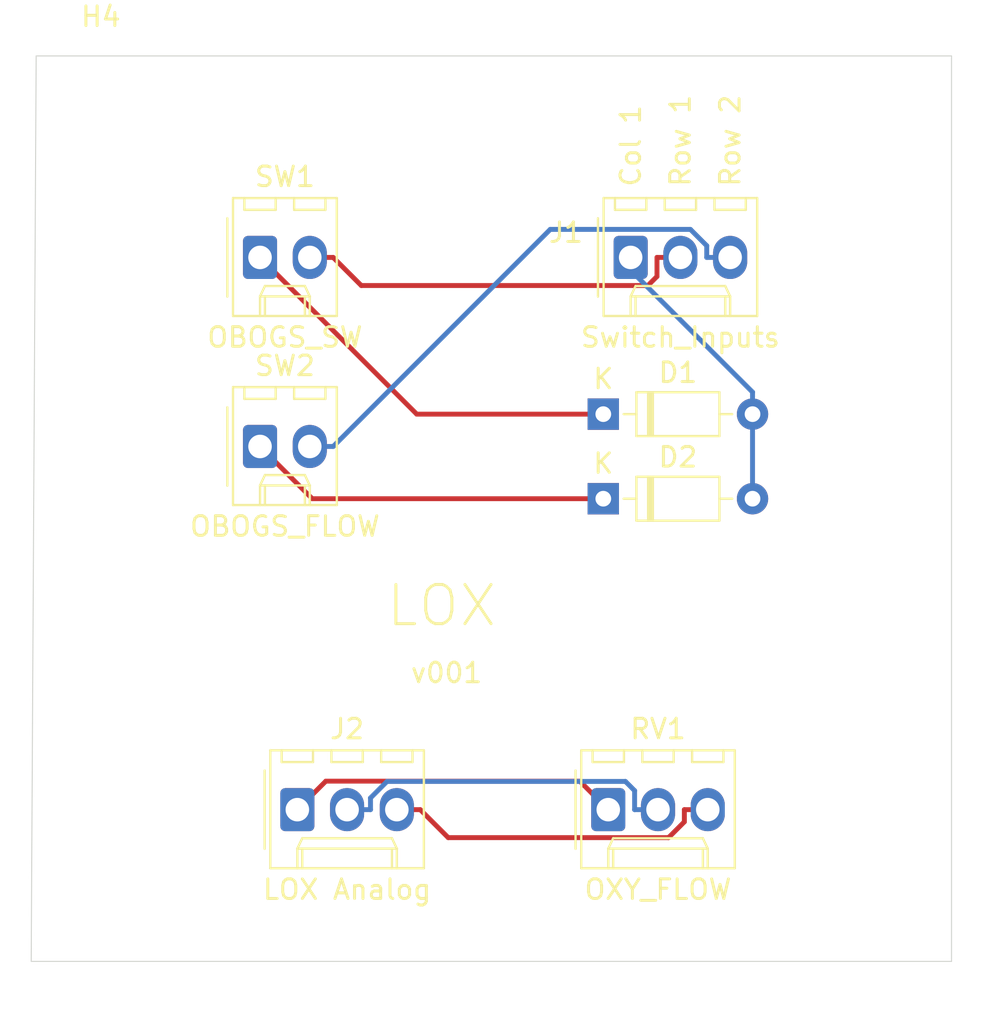
<source format=kicad_pcb>
(kicad_pcb (version 20171130) (host pcbnew "(5.1.5-0-10_14)")

  (general
    (thickness 1.6)
    (drawings 9)
    (tracks 36)
    (zones 0)
    (modules 11)
    (nets 9)
  )

  (page A4)
  (layers
    (0 F.Cu signal)
    (31 B.Cu signal)
    (32 B.Adhes user)
    (33 F.Adhes user)
    (34 B.Paste user)
    (35 F.Paste user)
    (36 B.SilkS user)
    (37 F.SilkS user)
    (38 B.Mask user)
    (39 F.Mask user)
    (40 Dwgs.User user)
    (41 Cmts.User user)
    (42 Eco1.User user)
    (43 Eco2.User user)
    (44 Edge.Cuts user)
    (45 Margin user)
    (46 B.CrtYd user)
    (47 F.CrtYd user)
    (48 B.Fab user)
    (49 F.Fab user)
  )

  (setup
    (last_trace_width 0.25)
    (trace_clearance 0.2)
    (zone_clearance 0.508)
    (zone_45_only no)
    (trace_min 0.2)
    (via_size 0.8)
    (via_drill 0.4)
    (via_min_size 0.4)
    (via_min_drill 0.3)
    (uvia_size 0.3)
    (uvia_drill 0.1)
    (uvias_allowed no)
    (uvia_min_size 0.2)
    (uvia_min_drill 0.1)
    (edge_width 0.05)
    (segment_width 0.2)
    (pcb_text_width 0.3)
    (pcb_text_size 1.5 1.5)
    (mod_edge_width 0.12)
    (mod_text_size 1 1)
    (mod_text_width 0.15)
    (pad_size 1.524 1.524)
    (pad_drill 0.762)
    (pad_to_mask_clearance 0.051)
    (solder_mask_min_width 0.25)
    (aux_axis_origin 0 0)
    (visible_elements FFFFFF7F)
    (pcbplotparams
      (layerselection 0x010fc_ffffffff)
      (usegerberextensions false)
      (usegerberattributes false)
      (usegerberadvancedattributes false)
      (creategerberjobfile false)
      (excludeedgelayer true)
      (linewidth 0.100000)
      (plotframeref false)
      (viasonmask false)
      (mode 1)
      (useauxorigin false)
      (hpglpennumber 1)
      (hpglpenspeed 20)
      (hpglpendiameter 15.000000)
      (psnegative false)
      (psa4output false)
      (plotreference true)
      (plotvalue true)
      (plotinvisibletext false)
      (padsonsilk false)
      (subtractmaskfromsilk false)
      (outputformat 1)
      (mirror false)
      (drillshape 0)
      (scaleselection 1)
      (outputdirectory "manufacturing"))
  )

  (net 0 "")
  (net 1 /Col1)
  (net 2 "Net-(D1-Pad1)")
  (net 3 "Net-(D2-Pad1)")
  (net 4 /Row2)
  (net 5 /Row1)
  (net 6 /GND)
  (net 7 "Net-(J2-Pad2)")
  (net 8 /+5V)

  (net_class Default "This is the default net class."
    (clearance 0.2)
    (trace_width 0.25)
    (via_dia 0.8)
    (via_drill 0.4)
    (uvia_dia 0.3)
    (uvia_drill 0.1)
    (add_net /+5V)
    (add_net /Col1)
    (add_net /GND)
    (add_net /Row1)
    (add_net /Row2)
    (add_net "Net-(D1-Pad1)")
    (add_net "Net-(D2-Pad1)")
    (add_net "Net-(J2-Pad2)")
  )

  (module MountingHole:MountingHole_4.3mm_M4 (layer F.Cu) (tedit 56D1B4CB) (tstamp 604BEF0E)
    (at 121.285 78.476)
    (descr "Mounting Hole 4.3mm, no annular, M4")
    (tags "mounting hole 4.3mm no annular m4")
    (path /604C56A0)
    (attr virtual)
    (fp_text reference H4 (at 0 -5.3) (layer F.SilkS)
      (effects (font (size 1 1) (thickness 0.15)))
    )
    (fp_text value MountingHole (at 0 5.3) (layer F.Fab)
      (effects (font (size 1 1) (thickness 0.15)))
    )
    (fp_circle (center 0 0) (end 4.55 0) (layer F.CrtYd) (width 0.05))
    (fp_circle (center 0 0) (end 4.3 0) (layer Cmts.User) (width 0.15))
    (fp_text user %R (at 0.3 0) (layer F.Fab)
      (effects (font (size 1 1) (thickness 0.15)))
    )
    (pad 1 np_thru_hole circle (at 0 0) (size 4.3 4.3) (drill 4.3) (layers *.Cu *.Mask))
  )

  (module MountingHole:MountingHole_4.3mm_M4 (layer F.Cu) (tedit 56D1B4CB) (tstamp 604BEF06)
    (at 121.285 118.476)
    (descr "Mounting Hole 4.3mm, no annular, M4")
    (tags "mounting hole 4.3mm no annular m4")
    (path /604C536E)
    (attr virtual)
    (fp_text reference H3 (at 0 -5.3) (layer Dwgs.User)
      (effects (font (size 1 1) (thickness 0.15)))
    )
    (fp_text value MountingHole (at 0 5.3) (layer F.Fab)
      (effects (font (size 1 1) (thickness 0.15)))
    )
    (fp_circle (center 0 0) (end 4.55 0) (layer F.CrtYd) (width 0.05))
    (fp_circle (center 0 0) (end 4.3 0) (layer Cmts.User) (width 0.15))
    (fp_text user %R (at 0.3 0) (layer F.Fab)
      (effects (font (size 1 1) (thickness 0.15)))
    )
    (pad 1 np_thru_hole circle (at 0 0) (size 4.3 4.3) (drill 4.3) (layers *.Cu *.Mask))
  )

  (module MountingHole:MountingHole_4.3mm_M4 (layer F.Cu) (tedit 56D1B4CB) (tstamp 604BEEFE)
    (at 161.285 78.476)
    (descr "Mounting Hole 4.3mm, no annular, M4")
    (tags "mounting hole 4.3mm no annular m4")
    (path /604C50C0)
    (attr virtual)
    (fp_text reference H2 (at 0 -5.3) (layer Dwgs.User)
      (effects (font (size 1 1) (thickness 0.15)))
    )
    (fp_text value MountingHole (at 0 5.3) (layer F.Fab)
      (effects (font (size 1 1) (thickness 0.15)))
    )
    (fp_circle (center 0 0) (end 4.55 0) (layer F.CrtYd) (width 0.05))
    (fp_circle (center 0 0) (end 4.3 0) (layer Cmts.User) (width 0.15))
    (fp_text user %R (at 0.3 0) (layer F.Fab)
      (effects (font (size 1 1) (thickness 0.15)))
    )
    (pad 1 np_thru_hole circle (at 0 0) (size 4.3 4.3) (drill 4.3) (layers *.Cu *.Mask))
  )

  (module MountingHole:MountingHole_4.3mm_M4 (layer F.Cu) (tedit 56D1B4CB) (tstamp 604BEEF6)
    (at 161.285 118.476)
    (descr "Mounting Hole 4.3mm, no annular, M4")
    (tags "mounting hole 4.3mm no annular m4")
    (path /604C4F6F)
    (attr virtual)
    (fp_text reference H1 (at 0 -5.3) (layer Dwgs.User)
      (effects (font (size 1 1) (thickness 0.15)))
    )
    (fp_text value MountingHole (at 0 5.3) (layer F.Fab)
      (effects (font (size 1 1) (thickness 0.15)))
    )
    (fp_circle (center 0 0) (end 4.55 0) (layer F.CrtYd) (width 0.05))
    (fp_circle (center 0 0) (end 4.3 0) (layer Cmts.User) (width 0.15))
    (fp_text user %R (at 0.3 0) (layer F.Fab)
      (effects (font (size 1 1) (thickness 0.15)))
    )
    (pad 1 np_thru_hole circle (at 0 0) (size 4.3 4.3) (drill 4.3) (layers *.Cu *.Mask))
  )

  (module PT_Library_v001:Molex_1x02_P2.54mm_Vertical (layer F.Cu) (tedit 5B78013E) (tstamp 604BEAB2)
    (at 129.413 95.123)
    (descr "Molex KK-254 Interconnect System, old/engineering part number: AE-6410-02A example for new part number: 22-27-2021, 2 Pins (http://www.molex.com/pdm_docs/sd/022272021_sd.pdf), generated with kicad-footprint-generator")
    (tags "connector Molex KK-254 side entry")
    (path /604C032F)
    (fp_text reference SW2 (at 1.27 -4.12) (layer F.SilkS)
      (effects (font (size 1 1) (thickness 0.15)))
    )
    (fp_text value OBOGS_FLOW (at 1.27 4.08) (layer F.SilkS)
      (effects (font (size 1 1) (thickness 0.15)))
    )
    (fp_text user %R (at 1.27 -2.22) (layer F.Fab)
      (effects (font (size 1 1) (thickness 0.15)))
    )
    (fp_line (start 4.31 -3.42) (end -1.77 -3.42) (layer F.CrtYd) (width 0.05))
    (fp_line (start 4.31 3.38) (end 4.31 -3.42) (layer F.CrtYd) (width 0.05))
    (fp_line (start -1.77 3.38) (end 4.31 3.38) (layer F.CrtYd) (width 0.05))
    (fp_line (start -1.77 -3.42) (end -1.77 3.38) (layer F.CrtYd) (width 0.05))
    (fp_line (start 3.34 -2.43) (end 3.34 -3.03) (layer F.SilkS) (width 0.12))
    (fp_line (start 1.74 -2.43) (end 3.34 -2.43) (layer F.SilkS) (width 0.12))
    (fp_line (start 1.74 -3.03) (end 1.74 -2.43) (layer F.SilkS) (width 0.12))
    (fp_line (start 0.8 -2.43) (end 0.8 -3.03) (layer F.SilkS) (width 0.12))
    (fp_line (start -0.8 -2.43) (end 0.8 -2.43) (layer F.SilkS) (width 0.12))
    (fp_line (start -0.8 -3.03) (end -0.8 -2.43) (layer F.SilkS) (width 0.12))
    (fp_line (start 2.29 2.99) (end 2.29 1.99) (layer F.SilkS) (width 0.12))
    (fp_line (start 0.25 2.99) (end 0.25 1.99) (layer F.SilkS) (width 0.12))
    (fp_line (start 2.29 1.46) (end 2.54 1.99) (layer F.SilkS) (width 0.12))
    (fp_line (start 0.25 1.46) (end 2.29 1.46) (layer F.SilkS) (width 0.12))
    (fp_line (start 0 1.99) (end 0.25 1.46) (layer F.SilkS) (width 0.12))
    (fp_line (start 2.54 1.99) (end 2.54 2.99) (layer F.SilkS) (width 0.12))
    (fp_line (start 0 1.99) (end 2.54 1.99) (layer F.SilkS) (width 0.12))
    (fp_line (start 0 2.99) (end 0 1.99) (layer F.SilkS) (width 0.12))
    (fp_line (start -0.562893 0) (end -1.27 0.5) (layer F.Fab) (width 0.1))
    (fp_line (start -1.27 -0.5) (end -0.562893 0) (layer F.Fab) (width 0.1))
    (fp_line (start -1.67 -2) (end -1.67 2) (layer F.SilkS) (width 0.12))
    (fp_line (start 3.92 -3.03) (end -1.38 -3.03) (layer F.SilkS) (width 0.12))
    (fp_line (start 3.92 2.99) (end 3.92 -3.03) (layer F.SilkS) (width 0.12))
    (fp_line (start -1.38 2.99) (end 3.92 2.99) (layer F.SilkS) (width 0.12))
    (fp_line (start -1.38 -3.03) (end -1.38 2.99) (layer F.SilkS) (width 0.12))
    (fp_line (start 3.81 -2.92) (end -1.27 -2.92) (layer F.Fab) (width 0.1))
    (fp_line (start 3.81 2.88) (end 3.81 -2.92) (layer F.Fab) (width 0.1))
    (fp_line (start -1.27 2.88) (end 3.81 2.88) (layer F.Fab) (width 0.1))
    (fp_line (start -1.27 -2.92) (end -1.27 2.88) (layer F.Fab) (width 0.1))
    (pad 2 thru_hole oval (at 2.54 0) (size 1.74 2.2) (drill 1.2) (layers *.Cu *.Mask)
      (net 4 /Row2))
    (pad 1 thru_hole roundrect (at 0 0) (size 1.74 2.2) (drill 1.2) (layers *.Cu *.Mask) (roundrect_rratio 0.143678)
      (net 3 "Net-(D2-Pad1)"))
    (model ${KISYS3DMOD}/Connector_Molex.3dshapes/Molex_KK-254_AE-6410-02A_1x02_P2.54mm_Vertical.wrl
      (at (xyz 0 0 0))
      (scale (xyz 1 1 1))
      (rotate (xyz 0 0 0))
    )
  )

  (module PT_Library_v001:Molex_1x02_P2.54mm_Vertical (layer F.Cu) (tedit 5B78013E) (tstamp 604BEA8E)
    (at 129.413 85.471)
    (descr "Molex KK-254 Interconnect System, old/engineering part number: AE-6410-02A example for new part number: 22-27-2021, 2 Pins (http://www.molex.com/pdm_docs/sd/022272021_sd.pdf), generated with kicad-footprint-generator")
    (tags "connector Molex KK-254 side entry")
    (path /5FC61E34)
    (fp_text reference SW1 (at 1.27 -4.12) (layer F.SilkS)
      (effects (font (size 1 1) (thickness 0.15)))
    )
    (fp_text value OBOGS_SW (at 1.27 4.08) (layer F.SilkS)
      (effects (font (size 1 1) (thickness 0.15)))
    )
    (fp_text user %R (at 1.27 -2.22) (layer F.Fab)
      (effects (font (size 1 1) (thickness 0.15)))
    )
    (fp_line (start 4.31 -3.42) (end -1.77 -3.42) (layer F.CrtYd) (width 0.05))
    (fp_line (start 4.31 3.38) (end 4.31 -3.42) (layer F.CrtYd) (width 0.05))
    (fp_line (start -1.77 3.38) (end 4.31 3.38) (layer F.CrtYd) (width 0.05))
    (fp_line (start -1.77 -3.42) (end -1.77 3.38) (layer F.CrtYd) (width 0.05))
    (fp_line (start 3.34 -2.43) (end 3.34 -3.03) (layer F.SilkS) (width 0.12))
    (fp_line (start 1.74 -2.43) (end 3.34 -2.43) (layer F.SilkS) (width 0.12))
    (fp_line (start 1.74 -3.03) (end 1.74 -2.43) (layer F.SilkS) (width 0.12))
    (fp_line (start 0.8 -2.43) (end 0.8 -3.03) (layer F.SilkS) (width 0.12))
    (fp_line (start -0.8 -2.43) (end 0.8 -2.43) (layer F.SilkS) (width 0.12))
    (fp_line (start -0.8 -3.03) (end -0.8 -2.43) (layer F.SilkS) (width 0.12))
    (fp_line (start 2.29 2.99) (end 2.29 1.99) (layer F.SilkS) (width 0.12))
    (fp_line (start 0.25 2.99) (end 0.25 1.99) (layer F.SilkS) (width 0.12))
    (fp_line (start 2.29 1.46) (end 2.54 1.99) (layer F.SilkS) (width 0.12))
    (fp_line (start 0.25 1.46) (end 2.29 1.46) (layer F.SilkS) (width 0.12))
    (fp_line (start 0 1.99) (end 0.25 1.46) (layer F.SilkS) (width 0.12))
    (fp_line (start 2.54 1.99) (end 2.54 2.99) (layer F.SilkS) (width 0.12))
    (fp_line (start 0 1.99) (end 2.54 1.99) (layer F.SilkS) (width 0.12))
    (fp_line (start 0 2.99) (end 0 1.99) (layer F.SilkS) (width 0.12))
    (fp_line (start -0.562893 0) (end -1.27 0.5) (layer F.Fab) (width 0.1))
    (fp_line (start -1.27 -0.5) (end -0.562893 0) (layer F.Fab) (width 0.1))
    (fp_line (start -1.67 -2) (end -1.67 2) (layer F.SilkS) (width 0.12))
    (fp_line (start 3.92 -3.03) (end -1.38 -3.03) (layer F.SilkS) (width 0.12))
    (fp_line (start 3.92 2.99) (end 3.92 -3.03) (layer F.SilkS) (width 0.12))
    (fp_line (start -1.38 2.99) (end 3.92 2.99) (layer F.SilkS) (width 0.12))
    (fp_line (start -1.38 -3.03) (end -1.38 2.99) (layer F.SilkS) (width 0.12))
    (fp_line (start 3.81 -2.92) (end -1.27 -2.92) (layer F.Fab) (width 0.1))
    (fp_line (start 3.81 2.88) (end 3.81 -2.92) (layer F.Fab) (width 0.1))
    (fp_line (start -1.27 2.88) (end 3.81 2.88) (layer F.Fab) (width 0.1))
    (fp_line (start -1.27 -2.92) (end -1.27 2.88) (layer F.Fab) (width 0.1))
    (pad 2 thru_hole oval (at 2.54 0) (size 1.74 2.2) (drill 1.2) (layers *.Cu *.Mask)
      (net 5 /Row1))
    (pad 1 thru_hole roundrect (at 0 0) (size 1.74 2.2) (drill 1.2) (layers *.Cu *.Mask) (roundrect_rratio 0.143678)
      (net 2 "Net-(D1-Pad1)"))
    (model ${KISYS3DMOD}/Connector_Molex.3dshapes/Molex_KK-254_AE-6410-02A_1x02_P2.54mm_Vertical.wrl
      (at (xyz 0 0 0))
      (scale (xyz 1 1 1))
      (rotate (xyz 0 0 0))
    )
  )

  (module PT_Library_v001:Molex_1x03_P2.54mm_Vertical (layer F.Cu) (tedit 5B78013E) (tstamp 604BEA6A)
    (at 147.193 113.665)
    (descr "Molex KK-254 Interconnect System, old/engineering part number: AE-6410-03A example for new part number: 22-27-2031, 3 Pins (http://www.molex.com/pdm_docs/sd/022272021_sd.pdf), generated with kicad-footprint-generator")
    (tags "connector Molex KK-254 side entry")
    (path /5FC6ABA0)
    (fp_text reference RV1 (at 2.54 -4.12) (layer F.SilkS)
      (effects (font (size 1 1) (thickness 0.15)))
    )
    (fp_text value OXY_FLOW (at 2.54 4.08) (layer F.SilkS)
      (effects (font (size 1 1) (thickness 0.15)))
    )
    (fp_text user %R (at 2.54 -2.22) (layer F.Fab)
      (effects (font (size 1 1) (thickness 0.15)))
    )
    (fp_line (start 6.85 -3.42) (end -1.77 -3.42) (layer F.CrtYd) (width 0.05))
    (fp_line (start 6.85 3.38) (end 6.85 -3.42) (layer F.CrtYd) (width 0.05))
    (fp_line (start -1.77 3.38) (end 6.85 3.38) (layer F.CrtYd) (width 0.05))
    (fp_line (start -1.77 -3.42) (end -1.77 3.38) (layer F.CrtYd) (width 0.05))
    (fp_line (start 5.88 -2.43) (end 5.88 -3.03) (layer F.SilkS) (width 0.12))
    (fp_line (start 4.28 -2.43) (end 5.88 -2.43) (layer F.SilkS) (width 0.12))
    (fp_line (start 4.28 -3.03) (end 4.28 -2.43) (layer F.SilkS) (width 0.12))
    (fp_line (start 3.34 -2.43) (end 3.34 -3.03) (layer F.SilkS) (width 0.12))
    (fp_line (start 1.74 -2.43) (end 3.34 -2.43) (layer F.SilkS) (width 0.12))
    (fp_line (start 1.74 -3.03) (end 1.74 -2.43) (layer F.SilkS) (width 0.12))
    (fp_line (start 0.8 -2.43) (end 0.8 -3.03) (layer F.SilkS) (width 0.12))
    (fp_line (start -0.8 -2.43) (end 0.8 -2.43) (layer F.SilkS) (width 0.12))
    (fp_line (start -0.8 -3.03) (end -0.8 -2.43) (layer F.SilkS) (width 0.12))
    (fp_line (start 4.83 2.99) (end 4.83 1.99) (layer F.SilkS) (width 0.12))
    (fp_line (start 0.25 2.99) (end 0.25 1.99) (layer F.SilkS) (width 0.12))
    (fp_line (start 4.83 1.46) (end 5.08 1.99) (layer F.SilkS) (width 0.12))
    (fp_line (start 0.25 1.46) (end 4.83 1.46) (layer F.SilkS) (width 0.12))
    (fp_line (start 0 1.99) (end 0.25 1.46) (layer F.SilkS) (width 0.12))
    (fp_line (start 5.08 1.99) (end 5.08 2.99) (layer F.SilkS) (width 0.12))
    (fp_line (start 0 1.99) (end 5.08 1.99) (layer F.SilkS) (width 0.12))
    (fp_line (start 0 2.99) (end 0 1.99) (layer F.SilkS) (width 0.12))
    (fp_line (start -0.562893 0) (end -1.27 0.5) (layer F.Fab) (width 0.1))
    (fp_line (start -1.27 -0.5) (end -0.562893 0) (layer F.Fab) (width 0.1))
    (fp_line (start -1.67 -2) (end -1.67 2) (layer F.SilkS) (width 0.12))
    (fp_line (start 6.46 -3.03) (end -1.38 -3.03) (layer F.SilkS) (width 0.12))
    (fp_line (start 6.46 2.99) (end 6.46 -3.03) (layer F.SilkS) (width 0.12))
    (fp_line (start -1.38 2.99) (end 6.46 2.99) (layer F.SilkS) (width 0.12))
    (fp_line (start -1.38 -3.03) (end -1.38 2.99) (layer F.SilkS) (width 0.12))
    (fp_line (start 6.35 -2.92) (end -1.27 -2.92) (layer F.Fab) (width 0.1))
    (fp_line (start 6.35 2.88) (end 6.35 -2.92) (layer F.Fab) (width 0.1))
    (fp_line (start -1.27 2.88) (end 6.35 2.88) (layer F.Fab) (width 0.1))
    (fp_line (start -1.27 -2.92) (end -1.27 2.88) (layer F.Fab) (width 0.1))
    (pad 3 thru_hole oval (at 5.08 0) (size 1.74 2.2) (drill 1.2) (layers *.Cu *.Mask)
      (net 6 /GND))
    (pad 2 thru_hole oval (at 2.54 0) (size 1.74 2.2) (drill 1.2) (layers *.Cu *.Mask)
      (net 7 "Net-(J2-Pad2)"))
    (pad 1 thru_hole roundrect (at 0 0) (size 1.74 2.2) (drill 1.2) (layers *.Cu *.Mask) (roundrect_rratio 0.143678)
      (net 8 /+5V))
    (model ${KISYS3DMOD}/Connector_Molex.3dshapes/Molex_KK-254_AE-6410-03A_1x03_P2.54mm_Vertical.wrl
      (at (xyz 0 0 0))
      (scale (xyz 1 1 1))
      (rotate (xyz 0 0 0))
    )
  )

  (module PT_Library_v001:Molex_1x03_P2.54mm_Vertical (layer F.Cu) (tedit 5B78013E) (tstamp 604BEA42)
    (at 131.318 113.665)
    (descr "Molex KK-254 Interconnect System, old/engineering part number: AE-6410-03A example for new part number: 22-27-2031, 3 Pins (http://www.molex.com/pdm_docs/sd/022272021_sd.pdf), generated with kicad-footprint-generator")
    (tags "connector Molex KK-254 side entry")
    (path /5FC8AEA1)
    (fp_text reference J2 (at 2.54 -4.12) (layer F.SilkS)
      (effects (font (size 1 1) (thickness 0.15)))
    )
    (fp_text value "LOX Analog" (at 2.54 4.08) (layer F.SilkS)
      (effects (font (size 1 1) (thickness 0.15)))
    )
    (fp_text user %R (at 2.54 -2.22) (layer F.Fab)
      (effects (font (size 1 1) (thickness 0.15)))
    )
    (fp_line (start 6.85 -3.42) (end -1.77 -3.42) (layer F.CrtYd) (width 0.05))
    (fp_line (start 6.85 3.38) (end 6.85 -3.42) (layer F.CrtYd) (width 0.05))
    (fp_line (start -1.77 3.38) (end 6.85 3.38) (layer F.CrtYd) (width 0.05))
    (fp_line (start -1.77 -3.42) (end -1.77 3.38) (layer F.CrtYd) (width 0.05))
    (fp_line (start 5.88 -2.43) (end 5.88 -3.03) (layer F.SilkS) (width 0.12))
    (fp_line (start 4.28 -2.43) (end 5.88 -2.43) (layer F.SilkS) (width 0.12))
    (fp_line (start 4.28 -3.03) (end 4.28 -2.43) (layer F.SilkS) (width 0.12))
    (fp_line (start 3.34 -2.43) (end 3.34 -3.03) (layer F.SilkS) (width 0.12))
    (fp_line (start 1.74 -2.43) (end 3.34 -2.43) (layer F.SilkS) (width 0.12))
    (fp_line (start 1.74 -3.03) (end 1.74 -2.43) (layer F.SilkS) (width 0.12))
    (fp_line (start 0.8 -2.43) (end 0.8 -3.03) (layer F.SilkS) (width 0.12))
    (fp_line (start -0.8 -2.43) (end 0.8 -2.43) (layer F.SilkS) (width 0.12))
    (fp_line (start -0.8 -3.03) (end -0.8 -2.43) (layer F.SilkS) (width 0.12))
    (fp_line (start 4.83 2.99) (end 4.83 1.99) (layer F.SilkS) (width 0.12))
    (fp_line (start 0.25 2.99) (end 0.25 1.99) (layer F.SilkS) (width 0.12))
    (fp_line (start 4.83 1.46) (end 5.08 1.99) (layer F.SilkS) (width 0.12))
    (fp_line (start 0.25 1.46) (end 4.83 1.46) (layer F.SilkS) (width 0.12))
    (fp_line (start 0 1.99) (end 0.25 1.46) (layer F.SilkS) (width 0.12))
    (fp_line (start 5.08 1.99) (end 5.08 2.99) (layer F.SilkS) (width 0.12))
    (fp_line (start 0 1.99) (end 5.08 1.99) (layer F.SilkS) (width 0.12))
    (fp_line (start 0 2.99) (end 0 1.99) (layer F.SilkS) (width 0.12))
    (fp_line (start -0.562893 0) (end -1.27 0.5) (layer F.Fab) (width 0.1))
    (fp_line (start -1.27 -0.5) (end -0.562893 0) (layer F.Fab) (width 0.1))
    (fp_line (start -1.67 -2) (end -1.67 2) (layer F.SilkS) (width 0.12))
    (fp_line (start 6.46 -3.03) (end -1.38 -3.03) (layer F.SilkS) (width 0.12))
    (fp_line (start 6.46 2.99) (end 6.46 -3.03) (layer F.SilkS) (width 0.12))
    (fp_line (start -1.38 2.99) (end 6.46 2.99) (layer F.SilkS) (width 0.12))
    (fp_line (start -1.38 -3.03) (end -1.38 2.99) (layer F.SilkS) (width 0.12))
    (fp_line (start 6.35 -2.92) (end -1.27 -2.92) (layer F.Fab) (width 0.1))
    (fp_line (start 6.35 2.88) (end 6.35 -2.92) (layer F.Fab) (width 0.1))
    (fp_line (start -1.27 2.88) (end 6.35 2.88) (layer F.Fab) (width 0.1))
    (fp_line (start -1.27 -2.92) (end -1.27 2.88) (layer F.Fab) (width 0.1))
    (pad 3 thru_hole oval (at 5.08 0) (size 1.74 2.2) (drill 1.2) (layers *.Cu *.Mask)
      (net 6 /GND))
    (pad 2 thru_hole oval (at 2.54 0) (size 1.74 2.2) (drill 1.2) (layers *.Cu *.Mask)
      (net 7 "Net-(J2-Pad2)"))
    (pad 1 thru_hole roundrect (at 0 0) (size 1.74 2.2) (drill 1.2) (layers *.Cu *.Mask) (roundrect_rratio 0.143678)
      (net 8 /+5V))
    (model ${KISYS3DMOD}/Connector_Molex.3dshapes/Molex_KK-254_AE-6410-03A_1x03_P2.54mm_Vertical.wrl
      (at (xyz 0 0 0))
      (scale (xyz 1 1 1))
      (rotate (xyz 0 0 0))
    )
  )

  (module PT_Library_v001:Molex_1x03_P2.54mm_Vertical (layer F.Cu) (tedit 5B78013E) (tstamp 604BEA1A)
    (at 148.336 85.471)
    (descr "Molex KK-254 Interconnect System, old/engineering part number: AE-6410-03A example for new part number: 22-27-2031, 3 Pins (http://www.molex.com/pdm_docs/sd/022272021_sd.pdf), generated with kicad-footprint-generator")
    (tags "connector Molex KK-254 side entry")
    (path /5FC37DA5)
    (fp_text reference J1 (at -3.302 -1.27) (layer F.SilkS)
      (effects (font (size 1 1) (thickness 0.15)))
    )
    (fp_text value Switch_Inputs (at 2.54 4.08) (layer F.SilkS)
      (effects (font (size 1 1) (thickness 0.15)))
    )
    (fp_text user %R (at 2.54 -2.22) (layer F.Fab)
      (effects (font (size 1 1) (thickness 0.15)))
    )
    (fp_line (start 6.85 -3.42) (end -1.77 -3.42) (layer F.CrtYd) (width 0.05))
    (fp_line (start 6.85 3.38) (end 6.85 -3.42) (layer F.CrtYd) (width 0.05))
    (fp_line (start -1.77 3.38) (end 6.85 3.38) (layer F.CrtYd) (width 0.05))
    (fp_line (start -1.77 -3.42) (end -1.77 3.38) (layer F.CrtYd) (width 0.05))
    (fp_line (start 5.88 -2.43) (end 5.88 -3.03) (layer F.SilkS) (width 0.12))
    (fp_line (start 4.28 -2.43) (end 5.88 -2.43) (layer F.SilkS) (width 0.12))
    (fp_line (start 4.28 -3.03) (end 4.28 -2.43) (layer F.SilkS) (width 0.12))
    (fp_line (start 3.34 -2.43) (end 3.34 -3.03) (layer F.SilkS) (width 0.12))
    (fp_line (start 1.74 -2.43) (end 3.34 -2.43) (layer F.SilkS) (width 0.12))
    (fp_line (start 1.74 -3.03) (end 1.74 -2.43) (layer F.SilkS) (width 0.12))
    (fp_line (start 0.8 -2.43) (end 0.8 -3.03) (layer F.SilkS) (width 0.12))
    (fp_line (start -0.8 -2.43) (end 0.8 -2.43) (layer F.SilkS) (width 0.12))
    (fp_line (start -0.8 -3.03) (end -0.8 -2.43) (layer F.SilkS) (width 0.12))
    (fp_line (start 4.83 2.99) (end 4.83 1.99) (layer F.SilkS) (width 0.12))
    (fp_line (start 0.25 2.99) (end 0.25 1.99) (layer F.SilkS) (width 0.12))
    (fp_line (start 4.83 1.46) (end 5.08 1.99) (layer F.SilkS) (width 0.12))
    (fp_line (start 0.25 1.46) (end 4.83 1.46) (layer F.SilkS) (width 0.12))
    (fp_line (start 0 1.99) (end 0.25 1.46) (layer F.SilkS) (width 0.12))
    (fp_line (start 5.08 1.99) (end 5.08 2.99) (layer F.SilkS) (width 0.12))
    (fp_line (start 0 1.99) (end 5.08 1.99) (layer F.SilkS) (width 0.12))
    (fp_line (start 0 2.99) (end 0 1.99) (layer F.SilkS) (width 0.12))
    (fp_line (start -0.562893 0) (end -1.27 0.5) (layer F.Fab) (width 0.1))
    (fp_line (start -1.27 -0.5) (end -0.562893 0) (layer F.Fab) (width 0.1))
    (fp_line (start -1.67 -2) (end -1.67 2) (layer F.SilkS) (width 0.12))
    (fp_line (start 6.46 -3.03) (end -1.38 -3.03) (layer F.SilkS) (width 0.12))
    (fp_line (start 6.46 2.99) (end 6.46 -3.03) (layer F.SilkS) (width 0.12))
    (fp_line (start -1.38 2.99) (end 6.46 2.99) (layer F.SilkS) (width 0.12))
    (fp_line (start -1.38 -3.03) (end -1.38 2.99) (layer F.SilkS) (width 0.12))
    (fp_line (start 6.35 -2.92) (end -1.27 -2.92) (layer F.Fab) (width 0.1))
    (fp_line (start 6.35 2.88) (end 6.35 -2.92) (layer F.Fab) (width 0.1))
    (fp_line (start -1.27 2.88) (end 6.35 2.88) (layer F.Fab) (width 0.1))
    (fp_line (start -1.27 -2.92) (end -1.27 2.88) (layer F.Fab) (width 0.1))
    (pad 3 thru_hole oval (at 5.08 0) (size 1.74 2.2) (drill 1.2) (layers *.Cu *.Mask)
      (net 4 /Row2))
    (pad 2 thru_hole oval (at 2.54 0) (size 1.74 2.2) (drill 1.2) (layers *.Cu *.Mask)
      (net 5 /Row1))
    (pad 1 thru_hole roundrect (at 0 0) (size 1.74 2.2) (drill 1.2) (layers *.Cu *.Mask) (roundrect_rratio 0.143678)
      (net 1 /Col1))
    (model ${KISYS3DMOD}/Connector_Molex.3dshapes/Molex_KK-254_AE-6410-03A_1x03_P2.54mm_Vertical.wrl
      (at (xyz 0 0 0))
      (scale (xyz 1 1 1))
      (rotate (xyz 0 0 0))
    )
  )

  (module PT_Library_v001:D_Signal_P7.62mm_Horizontal (layer F.Cu) (tedit 5AE50CD5) (tstamp 604BE9F2)
    (at 146.939 97.79)
    (descr "Diode, DO-35_SOD27 series, Axial, Horizontal, pin pitch=7.62mm, , length*diameter=4*2mm^2, , http://www.diodes.com/_files/packages/DO-35.pdf")
    (tags "Diode DO-35_SOD27 series Axial Horizontal pin pitch 7.62mm  length 4mm diameter 2mm")
    (path /604C0325)
    (fp_text reference D2 (at 3.81 -2.12) (layer F.SilkS)
      (effects (font (size 1 1) (thickness 0.15)))
    )
    (fp_text value D (at 3.81 2.12) (layer F.Fab)
      (effects (font (size 1 1) (thickness 0.15)))
    )
    (fp_text user K (at 0 -1.8) (layer F.SilkS)
      (effects (font (size 1 1) (thickness 0.15)))
    )
    (fp_text user K (at 0 -1.8) (layer F.Fab)
      (effects (font (size 1 1) (thickness 0.15)))
    )
    (fp_text user %R (at 4.11 0) (layer F.Fab)
      (effects (font (size 0.8 0.8) (thickness 0.12)))
    )
    (fp_line (start 8.67 -1.25) (end -1.05 -1.25) (layer F.CrtYd) (width 0.05))
    (fp_line (start 8.67 1.25) (end 8.67 -1.25) (layer F.CrtYd) (width 0.05))
    (fp_line (start -1.05 1.25) (end 8.67 1.25) (layer F.CrtYd) (width 0.05))
    (fp_line (start -1.05 -1.25) (end -1.05 1.25) (layer F.CrtYd) (width 0.05))
    (fp_line (start 2.29 -1.12) (end 2.29 1.12) (layer F.SilkS) (width 0.12))
    (fp_line (start 2.53 -1.12) (end 2.53 1.12) (layer F.SilkS) (width 0.12))
    (fp_line (start 2.41 -1.12) (end 2.41 1.12) (layer F.SilkS) (width 0.12))
    (fp_line (start 6.58 0) (end 5.93 0) (layer F.SilkS) (width 0.12))
    (fp_line (start 1.04 0) (end 1.69 0) (layer F.SilkS) (width 0.12))
    (fp_line (start 5.93 -1.12) (end 1.69 -1.12) (layer F.SilkS) (width 0.12))
    (fp_line (start 5.93 1.12) (end 5.93 -1.12) (layer F.SilkS) (width 0.12))
    (fp_line (start 1.69 1.12) (end 5.93 1.12) (layer F.SilkS) (width 0.12))
    (fp_line (start 1.69 -1.12) (end 1.69 1.12) (layer F.SilkS) (width 0.12))
    (fp_line (start 2.31 -1) (end 2.31 1) (layer F.Fab) (width 0.1))
    (fp_line (start 2.51 -1) (end 2.51 1) (layer F.Fab) (width 0.1))
    (fp_line (start 2.41 -1) (end 2.41 1) (layer F.Fab) (width 0.1))
    (fp_line (start 7.62 0) (end 5.81 0) (layer F.Fab) (width 0.1))
    (fp_line (start 0 0) (end 1.81 0) (layer F.Fab) (width 0.1))
    (fp_line (start 5.81 -1) (end 1.81 -1) (layer F.Fab) (width 0.1))
    (fp_line (start 5.81 1) (end 5.81 -1) (layer F.Fab) (width 0.1))
    (fp_line (start 1.81 1) (end 5.81 1) (layer F.Fab) (width 0.1))
    (fp_line (start 1.81 -1) (end 1.81 1) (layer F.Fab) (width 0.1))
    (pad 2 thru_hole oval (at 7.62 0) (size 1.6 1.6) (drill 0.8) (layers *.Cu *.Mask)
      (net 1 /Col1))
    (pad 1 thru_hole rect (at 0 0) (size 1.6 1.6) (drill 0.8) (layers *.Cu *.Mask)
      (net 3 "Net-(D2-Pad1)"))
    (model ${KISYS3DMOD}/Diode_THT.3dshapes/D_DO-35_SOD27_P7.62mm_Horizontal.wrl
      (at (xyz 0 0 0))
      (scale (xyz 1 1 1))
      (rotate (xyz 0 0 0))
    )
  )

  (module PT_Library_v001:D_Signal_P7.62mm_Horizontal (layer F.Cu) (tedit 5AE50CD5) (tstamp 604BE9D3)
    (at 146.939 93.472)
    (descr "Diode, DO-35_SOD27 series, Axial, Horizontal, pin pitch=7.62mm, , length*diameter=4*2mm^2, , http://www.diodes.com/_files/packages/DO-35.pdf")
    (tags "Diode DO-35_SOD27 series Axial Horizontal pin pitch 7.62mm  length 4mm diameter 2mm")
    (path /5FC2589C)
    (fp_text reference D1 (at 3.81 -2.12) (layer F.SilkS)
      (effects (font (size 1 1) (thickness 0.15)))
    )
    (fp_text value D (at 3.81 2.12) (layer F.Fab)
      (effects (font (size 1 1) (thickness 0.15)))
    )
    (fp_text user K (at 0 -1.8) (layer F.SilkS)
      (effects (font (size 1 1) (thickness 0.15)))
    )
    (fp_text user K (at 0 -1.8) (layer F.Fab)
      (effects (font (size 1 1) (thickness 0.15)))
    )
    (fp_text user %R (at 4.11 0) (layer F.Fab)
      (effects (font (size 0.8 0.8) (thickness 0.12)))
    )
    (fp_line (start 8.67 -1.25) (end -1.05 -1.25) (layer F.CrtYd) (width 0.05))
    (fp_line (start 8.67 1.25) (end 8.67 -1.25) (layer F.CrtYd) (width 0.05))
    (fp_line (start -1.05 1.25) (end 8.67 1.25) (layer F.CrtYd) (width 0.05))
    (fp_line (start -1.05 -1.25) (end -1.05 1.25) (layer F.CrtYd) (width 0.05))
    (fp_line (start 2.29 -1.12) (end 2.29 1.12) (layer F.SilkS) (width 0.12))
    (fp_line (start 2.53 -1.12) (end 2.53 1.12) (layer F.SilkS) (width 0.12))
    (fp_line (start 2.41 -1.12) (end 2.41 1.12) (layer F.SilkS) (width 0.12))
    (fp_line (start 6.58 0) (end 5.93 0) (layer F.SilkS) (width 0.12))
    (fp_line (start 1.04 0) (end 1.69 0) (layer F.SilkS) (width 0.12))
    (fp_line (start 5.93 -1.12) (end 1.69 -1.12) (layer F.SilkS) (width 0.12))
    (fp_line (start 5.93 1.12) (end 5.93 -1.12) (layer F.SilkS) (width 0.12))
    (fp_line (start 1.69 1.12) (end 5.93 1.12) (layer F.SilkS) (width 0.12))
    (fp_line (start 1.69 -1.12) (end 1.69 1.12) (layer F.SilkS) (width 0.12))
    (fp_line (start 2.31 -1) (end 2.31 1) (layer F.Fab) (width 0.1))
    (fp_line (start 2.51 -1) (end 2.51 1) (layer F.Fab) (width 0.1))
    (fp_line (start 2.41 -1) (end 2.41 1) (layer F.Fab) (width 0.1))
    (fp_line (start 7.62 0) (end 5.81 0) (layer F.Fab) (width 0.1))
    (fp_line (start 0 0) (end 1.81 0) (layer F.Fab) (width 0.1))
    (fp_line (start 5.81 -1) (end 1.81 -1) (layer F.Fab) (width 0.1))
    (fp_line (start 5.81 1) (end 5.81 -1) (layer F.Fab) (width 0.1))
    (fp_line (start 1.81 1) (end 5.81 1) (layer F.Fab) (width 0.1))
    (fp_line (start 1.81 -1) (end 1.81 1) (layer F.Fab) (width 0.1))
    (pad 2 thru_hole oval (at 7.62 0) (size 1.6 1.6) (drill 0.8) (layers *.Cu *.Mask)
      (net 1 /Col1))
    (pad 1 thru_hole rect (at 0 0) (size 1.6 1.6) (drill 0.8) (layers *.Cu *.Mask)
      (net 2 "Net-(D1-Pad1)"))
    (model ${KISYS3DMOD}/Diode_THT.3dshapes/D_DO-35_SOD27_P7.62mm_Horizontal.wrl
      (at (xyz 0 0 0))
      (scale (xyz 1 1 1))
      (rotate (xyz 0 0 0))
    )
  )

  (gr_text v001 (at 138.938 106.68) (layer F.SilkS)
    (effects (font (size 1 1) (thickness 0.15)))
  )
  (gr_text LOX (at 138.684 103.251) (layer F.SilkS)
    (effects (font (size 2 2) (thickness 0.15)))
  )
  (gr_text "Row 2" (at 153.416 79.509905 90) (layer F.SilkS) (tstamp 604BF494)
    (effects (font (size 1 1) (thickness 0.15)))
  )
  (gr_text "Row 1" (at 150.876 79.509905 90) (layer F.SilkS) (tstamp 604BF492)
    (effects (font (size 1 1) (thickness 0.15)))
  )
  (gr_text "Col 1" (at 148.336 79.77181 90) (layer F.SilkS)
    (effects (font (size 1 1) (thickness 0.15)))
  )
  (gr_line (start 117.983 75.184) (end 117.729 121.412) (layer Edge.Cuts) (width 0.05))
  (gr_line (start 164.719 121.412) (end 117.729 121.412) (layer Edge.Cuts) (width 0.05))
  (gr_line (start 164.719 75.184) (end 164.719 121.412) (layer Edge.Cuts) (width 0.05))
  (gr_line (start 117.983 75.184) (end 164.719 75.184) (layer Edge.Cuts) (width 0.05))

  (segment (start 154.559 93.472) (end 154.559 92.3467) (width 0.25) (layer B.Cu) (net 1))
  (segment (start 154.559 92.3467) (end 148.336 86.1237) (width 0.25) (layer B.Cu) (net 1))
  (segment (start 148.336 86.1237) (end 148.336 85.471) (width 0.25) (layer B.Cu) (net 1))
  (segment (start 154.559 93.472) (end 154.559 97.79) (width 0.25) (layer B.Cu) (net 1))
  (segment (start 146.939 93.472) (end 137.414 93.472) (width 0.25) (layer F.Cu) (net 2))
  (segment (start 137.414 93.472) (end 129.413 85.471) (width 0.25) (layer F.Cu) (net 2))
  (segment (start 146.939 97.79) (end 132.08 97.79) (width 0.25) (layer F.Cu) (net 3))
  (segment (start 132.08 97.79) (end 129.413 95.123) (width 0.25) (layer F.Cu) (net 3))
  (segment (start 131.953 95.123) (end 133.1483 95.123) (width 0.25) (layer B.Cu) (net 4))
  (segment (start 153.416 85.471) (end 152.2207 85.471) (width 0.25) (layer B.Cu) (net 4))
  (segment (start 152.2207 85.471) (end 152.2207 84.8734) (width 0.25) (layer B.Cu) (net 4))
  (segment (start 152.2207 84.8734) (end 151.3863 84.039) (width 0.25) (layer B.Cu) (net 4))
  (segment (start 151.3863 84.039) (end 144.2323 84.039) (width 0.25) (layer B.Cu) (net 4))
  (segment (start 144.2323 84.039) (end 133.1483 95.123) (width 0.25) (layer B.Cu) (net 4))
  (segment (start 131.953 85.471) (end 133.1483 85.471) (width 0.25) (layer F.Cu) (net 5))
  (segment (start 150.876 85.471) (end 149.6807 85.471) (width 0.25) (layer F.Cu) (net 5))
  (segment (start 149.6807 85.471) (end 149.6807 86.4422) (width 0.25) (layer F.Cu) (net 5))
  (segment (start 149.6807 86.4422) (end 149.217 86.9059) (width 0.25) (layer F.Cu) (net 5))
  (segment (start 149.217 86.9059) (end 134.5832 86.9059) (width 0.25) (layer F.Cu) (net 5))
  (segment (start 134.5832 86.9059) (end 133.1483 85.471) (width 0.25) (layer F.Cu) (net 5))
  (segment (start 152.273 113.665) (end 151.0777 113.665) (width 0.25) (layer F.Cu) (net 6))
  (segment (start 136.398 113.665) (end 137.5933 113.665) (width 0.25) (layer F.Cu) (net 6))
  (segment (start 137.5933 113.665) (end 139.0212 115.0929) (width 0.25) (layer F.Cu) (net 6))
  (segment (start 139.0212 115.0929) (end 150.2713 115.0929) (width 0.25) (layer F.Cu) (net 6))
  (segment (start 150.2713 115.0929) (end 151.0777 114.2865) (width 0.25) (layer F.Cu) (net 6))
  (segment (start 151.0777 114.2865) (end 151.0777 113.665) (width 0.25) (layer F.Cu) (net 6))
  (segment (start 149.733 113.665) (end 148.5377 113.665) (width 0.25) (layer B.Cu) (net 7))
  (segment (start 133.858 113.665) (end 135.0533 113.665) (width 0.25) (layer B.Cu) (net 7))
  (segment (start 135.0533 113.665) (end 135.0533 113.0673) (width 0.25) (layer B.Cu) (net 7))
  (segment (start 135.0533 113.0673) (end 135.8965 112.2241) (width 0.25) (layer B.Cu) (net 7))
  (segment (start 135.8965 112.2241) (end 148.068 112.2241) (width 0.25) (layer B.Cu) (net 7))
  (segment (start 148.068 112.2241) (end 148.5377 112.6938) (width 0.25) (layer B.Cu) (net 7))
  (segment (start 148.5377 112.6938) (end 148.5377 113.665) (width 0.25) (layer B.Cu) (net 7))
  (segment (start 131.318 113.665) (end 132.7737 112.2093) (width 0.25) (layer F.Cu) (net 8))
  (segment (start 132.7737 112.2093) (end 145.7373 112.2093) (width 0.25) (layer F.Cu) (net 8))
  (segment (start 145.7373 112.2093) (end 147.193 113.665) (width 0.25) (layer F.Cu) (net 8))

)

</source>
